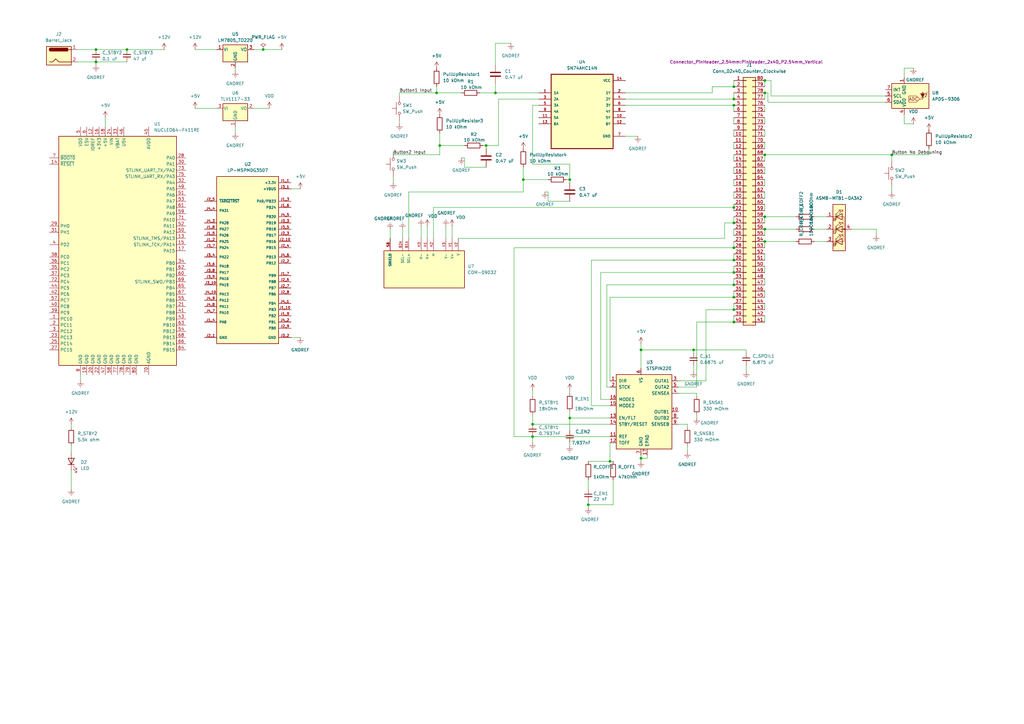
<source format=kicad_sch>
(kicad_sch (version 20250114) (generator "eeschema") (generator_version "9.0")
  (paper "A3")
  (junction (at 300.99 85.09))
  (junction (at 233.68 171.45))
  (junction (at 313.69 88.9))
  (junction (at 107.95 20.32))
  (junction (at 313.69 63.5))
  (junction (at 199.39 59.69))
  (junction (at 313.69 33.02))
  (junction (at 300.99 111.76))
  (junction (at 313.69 93.98))
  (junction (at 284.48 143.51))
  (junction (at 300.99 132.08))
  (junction (at 233.68 73.66))
  (junction (at 300.99 127))
  (junction (at 365.76 63.5))
  (junction (at 300.99 43.18))
  (junction (at 203.2 38.1))
  (junction (at 180.34 59.69))
  (junction (at 300.99 121.92))
  (junction (at 214.63 73.66))
  (junction (at 300.99 106.68))
  (junction (at 218.44 173.99))
  (junction (at 218.44 179.07))
  (junction (at 313.69 38.1))
  (junction (at 262.89 187.96))
  (junction (at 300.99 35.56))
  (junction (at 39.37 25.4))
  (junction (at 300.99 91.44))
  (junction (at 300.99 101.6))
  (junction (at 39.37 20.32))
  (junction (at 179.07 38.1))
  (junction (at 241.3 207.01))
  (junction (at 313.69 99.06))
  (junction (at 52.07 20.32))
  (junction (at 250.19 189.23))
  (junction (at 300.99 40.64))
  (junction (at 262.89 143.51))
  (junction (at 300.99 116.84))
  (wire (pts (xy 285.75 161.29) (xy 278.13 161.29)))
  (wire (pts (xy 313.69 93.98) (xy 313.69 96.52)))
  (wire (pts (xy 300.99 124.46) (xy 300.99 127)))
  (wire (pts (xy 250.19 163.83) (xy 246.38 163.83)))
  (wire (pts (xy 233.68 67.31) (xy 233.68 73.66)))
  (wire (pts (xy 160.02 93.98) (xy 160.02 97.79)))
  (wire (pts (xy 80.01 20.32) (xy 88.9 20.32)))
  (wire (pts (xy 80.01 44.45) (xy 88.9 44.45)))
  (wire (pts (xy 313.69 99.06) (xy 313.69 101.6)))
  (wire (pts (xy 180.34 59.69) (xy 180.34 63.5)))
  (wire (pts (xy 313.69 63.5) (xy 365.76 63.5)))
  (wire (pts (xy 250.19 166.37) (xy 242.57 166.37)))
  (wire (pts (xy 300.99 99.06) (xy 300.99 101.6)))
  (wire (pts (xy 265.43 187.96) (xy 262.89 187.96)))
  (wire (pts (xy 187.96 97.79) (xy 297.18 97.79)))
  (wire (pts (xy 104.14 44.45) (xy 110.49 44.45)))
  (wire (pts (xy 314.96 38.1) (xy 313.69 38.1)))
  (wire (pts (xy 359.41 93.98) (xy 359.41 96.52)))
  (wire (pts (xy 297.18 91.44) (xy 300.99 91.44)))
  (wire (pts (xy 218.44 43.18) (xy 218.44 67.31)))
  (wire (pts (xy 300.99 93.98) (xy 300.99 96.52)))
  (wire (pts (xy 313.69 119.38) (xy 313.69 121.92)))
  (wire (pts (xy 250.19 179.07) (xy 218.44 179.07)))
  (wire (pts (xy 300.99 68.58) (xy 300.99 71.12)))
  (wire (pts (xy 374.65 27.94) (xy 370.84 27.94)))
  (wire (pts (xy 218.44 179.07) (xy 218.44 181.61)))
  (wire (pts (xy 31.75 25.4) (xy 39.37 25.4)))
  (wire (pts (xy 316.23 33.02) (xy 313.69 33.02)))
  (wire (pts (xy 300.99 119.38) (xy 300.99 121.92)))
  (wire (pts (xy 313.69 33.02) (xy 313.69 35.56)))
  (wire (pts (xy 163.83 49.53) (xy 163.83 50.8)))
  (wire (pts (xy 246.38 163.83) (xy 246.38 111.76)))
  (wire (pts (xy 284.48 149.86) (xy 284.48 152.4)))
  (wire (pts (xy 306.07 143.51) (xy 284.48 143.51)))
  (wire (pts (xy 214.63 73.66) (xy 214.63 78.74)))
  (wire (pts (xy 210.82 179.07) (xy 210.82 101.6)))
  (wire (pts (xy 316.23 39.37) (xy 316.23 33.02)))
  (wire (pts (xy 316.23 39.37) (xy 363.22 39.37)))
  (wire (pts (xy 278.13 173.99) (xy 281.94 173.99)))
  (wire (pts (xy 233.68 181.61) (xy 233.68 182.88)))
  (wire (pts (xy 313.69 43.18) (xy 313.69 45.72)))
  (wire (pts (xy 185.42 92.71) (xy 185.42 97.79)))
  (wire (pts (xy 241.3 207.01) (xy 241.3 208.28)))
  (wire (pts (xy 313.69 78.74) (xy 313.69 81.28)))
  (wire (pts (xy 370.84 50.8) (xy 370.84 46.99)))
  (wire (pts (xy 119.38 77.47) (xy 123.19 77.47)))
  (wire (pts (xy 365.76 63.5) (xy 365.76 66.04)))
  (wire (pts (xy 33.02 153.67) (xy 33.02 156.21)))
  (wire (pts (xy 284.48 143.51) (xy 284.48 144.78)))
  (wire (pts (xy 300.99 43.18) (xy 300.99 45.72)))
  (wire (pts (xy 52.07 20.32) (xy 67.31 20.32)))
  (wire (pts (xy 313.69 93.98) (xy 326.39 93.98)))
  (wire (pts (xy 285.75 170.18) (xy 285.75 171.45)))
  (wire (pts (xy 313.69 99.06) (xy 326.39 99.06)))
  (wire (pts (xy 107.95 20.32) (xy 115.57 20.32)))
  (wire (pts (xy 241.3 196.85) (xy 241.3 200.66)))
  (wire (pts (xy 167.64 97.79) (xy 167.64 78.74)))
  (wire (pts (xy 214.63 73.66) (xy 224.79 73.66)))
  (wire (pts (xy 233.68 168.91) (xy 233.68 171.45)))
  (wire (pts (xy 262.89 187.96) (xy 262.89 189.23)))
  (wire (pts (xy 233.68 161.29) (xy 233.68 160.02)))
  (wire (pts (xy 281.94 173.99) (xy 281.94 175.26)))
  (wire (pts (xy 262.89 143.51) (xy 284.48 143.51)))
  (wire (pts (xy 196.85 38.1) (xy 203.2 38.1)))
  (wire (pts (xy 365.76 63.5) (xy 381 63.5)))
  (wire (pts (xy 218.44 173.99) (xy 250.19 173.99)))
  (wire (pts (xy 256.54 38.1) (xy 292.1 38.1)))
  (wire (pts (xy 300.99 104.14) (xy 300.99 106.68)))
  (wire (pts (xy 233.68 171.45) (xy 233.68 176.53)))
  (wire (pts (xy 313.69 124.46) (xy 313.69 127)))
  (wire (pts (xy 313.69 88.9) (xy 313.69 91.44)))
  (wire (pts (xy 250.19 189.23) (xy 251.46 189.23)))
  (wire (pts (xy 281.94 182.88) (xy 281.94 185.42)))
  (wire (pts (xy 334.01 88.9) (xy 339.09 88.9)))
  (wire (pts (xy 248.92 116.84) (xy 300.99 116.84)))
  (wire (pts (xy 199.39 59.69) (xy 199.39 60.96)))
  (wire (pts (xy 381 60.96) (xy 381 63.5)))
  (wire (pts (xy 292.1 35.56) (xy 300.99 35.56)))
  (wire (pts (xy 256.54 43.18) (xy 300.99 43.18)))
  (wire (pts (xy 246.38 111.76) (xy 300.99 111.76)))
  (wire (pts (xy 313.69 109.22) (xy 313.69 111.76)))
  (wire (pts (xy 177.8 85.09) (xy 177.8 97.79)))
  (wire (pts (xy 39.37 25.4) (xy 52.07 25.4)))
  (wire (pts (xy 251.46 196.85) (xy 251.46 207.01)))
  (wire (pts (xy 233.68 171.45) (xy 250.19 171.45)))
  (wire (pts (xy 297.18 97.79) (xy 297.18 91.44)))
  (wire (pts (xy 289.56 156.21) (xy 289.56 127)))
  (wire (pts (xy 262.89 186.69) (xy 262.89 187.96)))
  (wire (pts (xy 300.99 63.5) (xy 300.99 66.04)))
  (wire (pts (xy 203.2 17.78) (xy 209.55 17.78)))
  (wire (pts (xy 306.07 143.51) (xy 306.07 144.78)))
  (wire (pts (xy 172.72 92.71) (xy 172.72 97.79)))
  (wire (pts (xy 104.14 20.32) (xy 107.95 20.32)))
  (wire (pts (xy 218.44 160.02) (xy 218.44 162.56)))
  (wire (pts (xy 313.69 83.82) (xy 313.69 86.36)))
  (wire (pts (xy 300.99 38.1) (xy 300.99 40.64)))
  (wire (pts (xy 300.99 114.3) (xy 300.99 116.84)))
  (wire (pts (xy 374.65 50.8) (xy 370.84 50.8)))
  (wire (pts (xy 334.01 99.06) (xy 339.09 99.06)))
  (wire (pts (xy 300.99 129.54) (xy 300.99 132.08)))
  (wire (pts (xy 314.96 41.91) (xy 363.22 41.91)))
  (wire (pts (xy 161.29 72.39) (xy 161.29 74.93)))
  (wire (pts (xy 256.54 40.64) (xy 300.99 40.64)))
  (wire (pts (xy 29.21 182.88) (xy 29.21 185.42)))
  (wire (pts (xy 285.75 162.56) (xy 285.75 161.29)))
  (wire (pts (xy 224.79 78.74) (xy 224.79 82.55)))
  (wire (pts (xy 29.21 193.04) (xy 29.21 200.66)))
  (wire (pts (xy 313.69 53.34) (xy 313.69 55.88)))
  (wire (pts (xy 313.69 88.9) (xy 326.39 88.9)))
  (wire (pts (xy 165.1 93.98) (xy 165.1 97.79)))
  (wire (pts (xy 31.75 20.32) (xy 39.37 20.32)))
  (wire (pts (xy 233.68 73.66) (xy 233.68 74.93)))
  (wire (pts (xy 232.41 73.66) (xy 233.68 73.66)))
  (wire (pts (xy 300.99 83.82) (xy 300.99 85.09)))
  (wire (pts (xy 289.56 127) (xy 300.99 127)))
  (wire (pts (xy 250.19 156.21) (xy 250.19 121.92)))
  (wire (pts (xy 167.64 78.74) (xy 214.63 78.74)))
  (wire (pts (xy 300.99 78.74) (xy 300.99 81.28)))
  (wire (pts (xy 300.99 53.34) (xy 300.99 55.88)))
  (wire (pts (xy 265.43 186.69) (xy 265.43 187.96)))
  (wire (pts (xy 119.38 138.43) (xy 123.19 138.43)))
  (wire (pts (xy 218.44 179.07) (xy 210.82 179.07)))
  (wire (pts (xy 182.88 92.71) (xy 182.88 97.79)))
  (wire (pts (xy 313.69 129.54) (xy 313.69 132.08)))
  (wire (pts (xy 285.75 158.75) (xy 285.75 132.08)))
  (wire (pts (xy 218.44 170.18) (xy 218.44 173.99)))
  (wire (pts (xy 349.25 93.98) (xy 359.41 93.98)))
  (wire (pts (xy 262.89 140.97) (xy 262.89 143.51)))
  (wire (pts (xy 242.57 166.37) (xy 242.57 106.68)))
  (wire (pts (xy 179.07 35.56) (xy 179.07 38.1)))
  (wire (pts (xy 313.69 104.14) (xy 313.69 106.68)))
  (wire (pts (xy 313.69 114.3) (xy 313.69 116.84)))
  (wire (pts (xy 251.46 207.01) (xy 241.3 207.01)))
  (wire (pts (xy 241.3 205.74) (xy 241.3 207.01)))
  (wire (pts (xy 250.19 121.92) (xy 300.99 121.92)))
  (wire (pts (xy 204.47 40.64) (xy 204.47 59.69)))
  (wire (pts (xy 292.1 38.1) (xy 292.1 35.56)))
  (wire (pts (xy 190.5 64.77) (xy 189.23 64.77)))
  (wire (pts (xy 29.21 173.99) (xy 29.21 175.26)))
  (wire (pts (xy 180.34 59.69) (xy 190.5 59.69)))
  (wire (pts (xy 313.69 68.58) (xy 313.69 71.12)))
  (wire (pts (xy 96.52 27.94) (xy 96.52 29.21)))
  (wire (pts (xy 306.07 149.86) (xy 306.07 152.4)))
  (wire (pts (xy 163.83 38.1) (xy 179.07 38.1)))
  (wire (pts (xy 300.99 85.09) (xy 300.99 86.36)))
  (wire (pts (xy 203.2 34.29) (xy 203.2 38.1)))
  (wire (pts (xy 163.83 38.1) (xy 163.83 39.37)))
  (wire (pts (xy 313.69 73.66) (xy 313.69 76.2)))
  (wire (pts (xy 314.96 41.91) (xy 314.96 38.1)))
  (wire (pts (xy 300.99 33.02) (xy 300.99 35.56)))
  (wire (pts (xy 300.99 48.26) (xy 300.99 50.8)))
  (wire (pts (xy 190.5 68.58) (xy 199.39 68.58)))
  (wire (pts (xy 203.2 38.1) (xy 220.98 38.1)))
  (wire (pts (xy 278.13 156.21) (xy 289.56 156.21)))
  (wire (pts (xy 220.98 43.18) (xy 218.44 43.18)))
  (wire (pts (xy 300.99 58.42) (xy 300.99 60.96)))
  (wire (pts (xy 39.37 26.67) (xy 39.37 25.4)))
  (wire (pts (xy 203.2 26.67) (xy 203.2 17.78)))
  (wire (pts (xy 242.57 106.68) (xy 300.99 106.68)))
  (wire (pts (xy 214.63 68.58) (xy 214.63 73.66)))
  (wire (pts (xy 250.19 158.75) (xy 248.92 158.75)))
  (wire (pts (xy 96.52 52.07) (xy 96.52 54.61)))
  (wire (pts (xy 248.92 158.75) (xy 248.92 116.84)))
  (wire (pts (xy 180.34 54.61) (xy 180.34 59.69)))
  (wire (pts (xy 179.07 38.1) (xy 189.23 38.1)))
  (wire (pts (xy 198.12 59.69) (xy 199.39 59.69)))
  (wire (pts (xy 199.39 59.69) (xy 204.47 59.69)))
  (wire (pts (xy 175.26 92.71) (xy 175.26 97.79)))
  (wire (pts (xy 334.01 93.98) (xy 339.09 93.98)))
  (wire (pts (xy 313.69 48.26) (xy 313.69 50.8)))
  (wire (pts (xy 262.89 143.51) (xy 262.89 151.13)))
  (wire (pts (xy 285.75 132.08) (xy 300.99 132.08)))
  (wire (pts (xy 300.99 88.9) (xy 300.99 91.44)))
  (wire (pts (xy 210.82 101.6) (xy 300.99 101.6)))
  (wire (pts (xy 313.69 63.5) (xy 313.69 66.04)))
  (wire (pts (xy 313.69 58.42) (xy 313.69 60.96)))
  (wire (pts (xy 161.29 63.5) (xy 180.34 63.5)))
  (wire (pts (xy 43.18 48.26) (xy 43.18 52.07)))
  (wire (pts (xy 224.79 82.55) (xy 233.68 82.55)))
  (wire (pts (xy 218.44 67.31) (xy 233.68 67.31)))
  (wire (pts (xy 250.19 189.23) (xy 241.3 189.23)))
  (wire (pts (xy 177.8 85.09) (xy 300.99 85.09)))
  (wire (pts (xy 370.84 27.94) (xy 370.84 31.75)))
  (wire (pts (xy 224.79 78.74) (xy 223.52 78.74)))
  (wire (pts (xy 365.76 76.2) (xy 365.76 78.74)))
  (wire (pts (xy 300.99 109.22) (xy 300.99 111.76)))
  (wire (pts (xy 161.29 63.5) (xy 161.29 62.23)))
  (wire (pts (xy 250.19 181.61) (xy 250.19 189.23)))
  (wire (pts (xy 256.54 55.88) (xy 261.62 55.88)))
  (wire (pts (xy 278.13 158.75) (xy 285.75 158.75)))
  (wire (pts (xy 190.5 64.77) (xy 190.5 68.58)))
  (wire (pts (xy 300.99 73.66) (xy 300.99 76.2)))
  (wire (pts (xy 39.37 20.32) (xy 52.07 20.32)))
  (wire (pts (xy 220.98 40.64) (xy 204.47 40.64)))
  (wire (pts (xy 313.69 38.1) (xy 313.69 40.64)))
  (label "Button2 Input" (at 161.29 63.5 0))
  (label "Button No Debouning" (at 365.76 63.5 0))
  (label "Button1 Input" (at 163.83 38.1 0))
  (symbol (lib_id "power:GNDREF") (at 281.94 185.42 0) (unit 1)
    (property "Reference" "#PWR06" (effects (hide yes)))
    (property "Value" "GNDREF" (at 281.94 190.5 0))
  )
  (symbol (lib_id "Sensor_Optical:APDS-9306") (at 373.38 39.37 180) (unit 1)
    (property "Reference" "U8" (at 382.27 38.0999 0) (effects (justify right)))
    (property "Value" "APDS-9306" (at 382.27 40.6399 0) (effects (justify right)))
    (property "Footprint" "OptoDevice:Broadcom_LGA-8_2x2mm_P0.53mm" (effects (hide yes)))
    (property "Datasheet" "https://docs.broadcom.com/docs/AV02-4755EN" (effects (hide yes)))
    (property "Description" "Ambient Light Sensor, I2C interface, 1.7-3.6V, LGA-8" (effects (hide yes)))
  )
  (symbol (lib_id "power:VDD") (at 374.65 50.8 0) (unit 1)
    (property "Reference" "#PWR027" (effects (hide yes)))
    (property "Value" "VDD" (at 374.65 45.72 0))
    (property "Description" "Power symbol creates a global label with name \"VDD\"" (effects (hide yes)))
  )
  (symbol (lib_id "power:+5V") (at 180.34 46.99 0) (unit 1)
    (property "Reference" "#PWR034" (effects (hide yes)))
    (property "Value" "+5V" (at 180.34 41.91 0))
    (property "Description" "Power symbol creates a global label with name \"+5V\"" (effects (hide yes)))
  )
  (symbol (lib_id "Switch:SW_Push") (at 365.76 71.12 90) (unit 1)
    (property "Reference" "SW2" (at 367.03 69.8499 90) (effects (justify right)))
    (property "Value" "SW_Push" (at 367.03 72.3899 90) (effects (justify right)))
    (property "Footprint" "Button_Switch_THT:SW_PUSH_6mm_H7.3mm" (effects (hide yes)))
    (property "Description" "Push button switch, generic, two pins" (effects (hide yes)))
  )
  (symbol (lib_id "power:GNDREF") (at 241.3 208.28 0) (unit 1)
    (property "Reference" "#PWR013" (effects (hide yes)))
    (property "Value" "GNDREF" (at 242.062 213.106 0))
  )
  (symbol (lib_id "power:VDD") (at 233.68 160.02 0) (unit 1)
    (property "Reference" "#PWR011" (effects (hide yes)))
    (property "Value" "VDD" (at 233.68 154.94 0))
    (property "Description" "Power symbol creates a global label with name \"VDD\"" (effects (hide yes)))
  )
  (symbol (lib_id "power:GNDREF") (at 163.83 50.8 0) (unit 1)
    (property "Reference" "#PWR030" (effects (hide yes)))
    (property "Value" "GNDREF" (at 163.83 55.88 0))
  )
  (symbol (lib_id "Device:R") (at 194.31 59.69 270) (unit 1)
    (property "Reference" "R2" (at 194.31 55.118 90))
    (property "Value" "10 kOhm" (at 194.564 57.404 90))
    (property "Footprint" "Resistor_SMD:R_0201_0603Metric" (effects (hide yes)))
    (property "Description" "Resistor" (effects (hide yes)))
  )
  (symbol (lib_id "Device:C_Small") (at 306.07 147.32 0) (unit 1)
    (property "Reference" "C_SPOIL1" (at 308.61 146.0562 0) (effects (justify left)))
    (property "Value" "6.875 uF" (at 308.61 148.5962 0) (effects (justify left)))
    (property "Footprint" "Capacitor_SMD:C_0201_0603Metric" (effects (hide yes)))
    (property "Description" "Unpolarized capacitor, small symbol" (effects (hide yes)))
  )
  (symbol (lib_id "power:GNDREF") (at 365.76 78.74 0) (unit 1)
    (property "Reference" "#PWR031" (effects (hide yes)))
    (property "Value" "GNDREF" (at 365.76 83.82 0))
  )
  (symbol (lib_id "power:VDD") (at 185.42 92.71 0) (unit 1)
    (property "Reference" "#PWR039" (effects (hide yes)))
    (property "Value" "VDD" (at 188.976 89.154 0))
    (property "Description" "Power symbol creates a global label with name \"VDD\"" (effects (hide yes)))
  )
  (symbol (lib_id "power:GNDREF") (at 374.65 27.94 0) (unit 1)
    (property "Reference" "#PWR024" (effects (hide yes)))
    (property "Value" "GNDREF" (at 375.412 32.766 0))
  )
  (symbol (lib_id "Driver_Motor:STSPIN220") (at 262.89 168.91 0) (unit 1)
    (property "Reference" "U3" (at 265.0333 148.59 0) (effects (justify left)))
    (property "Value" "STSPIN220" (at 265.0333 151.13 0) (effects (justify left)))
    (property "Footprint" "Package_DFN_QFN:VQFN-16-1EP_3x3mm_P0.5mm_EP1.8x1.8mm" (effects (hide yes)))
    (property "Datasheet" "www.st.com/resource/en/datasheet/stspin220.pdf" (effects (hide yes)))
    (property "Description" "Low voltage stepper motor driver, 1.8V to 10V input, 1.3Arms output, 0.4Ω Rdson per phase (typical), QFN-16 package" (effects (hide yes)))
  )
  (symbol (lib_id "power:GNDREF") (at 33.02 156.21 0) (unit 1)
    (property "Reference" "#PWR02" (effects (hide yes)))
    (property "Value" "GNDREF" (at 33.02 161.29 0))
  )
  (symbol (lib_id "Device:R") (at 330.2 93.98 90) (unit 1)
    (property "Reference" "R_COFF3" (at 328.676 91.948 0) (effects (justify left)))
    (property "Value" "100Ohm" (at 332.74 91.948 0) (effects (justify left)))
    (property "Footprint" "Resistor_SMD:R_0201_0603Metric" (effects (hide yes)))
    (property "Description" "Resistor" (effects (hide yes)))
  )
  (symbol (lib_id "Device:R") (at 233.68 165.1 0) (unit 1)
    (property "Reference" "R_EN1" (at 235.712 163.576 0) (effects (justify left)))
    (property "Value" "18kOhm" (at 235.712 167.64 0) (effects (justify left)))
    (property "Footprint" "Resistor_SMD:R_0201_0603Metric" (effects (hide yes)))
    (property "Description" "Resistor" (effects (hide yes)))
  )
  (symbol (lib_id "Device:C_Small") (at 241.3 203.2 0) (unit 1)
    (property "Reference" "C_EN1" (at 243.332 202.438 0) (effects (justify left)))
    (property "Value" "22 nF" (at 243.332 204.724 0) (effects (justify left)))
    (property "Footprint" "Capacitor_SMD:C_0201_0603Metric" (effects (hide yes)))
    (property "Description" "Unpolarized capacitor, small symbol" (effects (hide yes)))
  )
  (symbol (lib_id "power:GNDREF") (at 262.89 189.23 0) (unit 1)
    (property "Reference" "#PWR08" (effects (hide yes)))
    (property "Value" "GNDREF" (at 262.89 194.31 0))
  )
  (symbol (lib_id "Device:R") (at 330.2 88.9 90) (unit 1)
    (property "Reference" "R_COFF2" (at 328.676 86.868 0) (effects (justify left)))
    (property "Value" "100Ohm" (at 332.74 86.868 0) (effects (justify left)))
    (property "Footprint" "Resistor_SMD:R_0201_0603Metric" (effects (hide yes)))
    (property "Description" "Resistor" (effects (hide yes)))
  )
  (symbol (lib_id "power:+5V") (at 123.19 77.47 0) (unit 1)
    (property "Reference" "#PWR029" (effects (hide yes)))
    (property "Value" "+5V" (at 123.19 72.39 0))
    (property "Description" "Power symbol creates a global label with name \"+5V\"" (effects (hide yes)))
  )
  (symbol (lib_id "Device:C_Small") (at 233.68 179.07 0) (unit 1)
    (property "Reference" "C_EN2" (at 235.966 177.038 0) (effects (justify left)))
    (property "Value" "7.937nF" (at 234.442 181.61 0) (effects (justify left)))
    (property "Footprint" "Capacitor_SMD:C_0201_0603Metric" (effects (hide yes)))
    (property "Description" "Unpolarized capacitor, small symbol" (effects (hide yes)))
  )
  (symbol (lib_id "COM-09032:COM-09032") (at 175.26 110.49 270) (unit 1)
    (property "Reference" "U7" (at 191.77 109.2199 90) (effects (justify left)))
    (property "Value" "COM-09032" (at 191.77 111.7599 90) (effects (justify left)))
    (property "Footprint" "Joystick:XDCR_COM-09032" (effects (hide yes)))
    (property "MF" "SparkFun Electronics" (effects (hide yes)))
    (property "MAXIMUM_PACKAGE_HEIGHT" "30.1mm" (effects (hide yes)))
    (property "Package" "Package" (effects (hide yes)))
    (property "Price" "None" (effects (hide yes)))
    (property "Check_prices" "https://www.snapeda.com/parts/COM-09032/SparkFun/view-part/?ref=eda" (effects (hide yes)))
    (property "STANDARD" "Manufacturer Recommendations" (effects (hide yes)))
    (property "PARTREV" "N/A" (effects (hide yes)))
    (property "SnapEDA_Link" "https://www.snapeda.com/parts/COM-09032/SparkFun/view-part/?ref=snap" (effects (hide yes)))
    (property "MP" "COM-09032" (effects (hide yes)))
    (property "Description_1" "Joystick, 2 - Axis Analog (Resistive) Output" (effects (hide yes)))
    (property "Availability" "In Stock" (effects (hide yes)))
    (property "MANUFACTURER" "SparkFun Electronics" (effects (hide yes)))
  )
  (symbol (lib_id "power:VDD") (at 218.44 160.02 0) (unit 1)
    (property "Reference" "#PWR010" (effects (hide yes)))
    (property "Value" "VDD" (at 218.44 154.94 0))
    (property "Description" "Power symbol creates a global label with name \"VDD\"" (effects (hide yes)))
  )
  (symbol (lib_id "power:GNDREF") (at 284.48 152.4 0) (unit 1)
    (property "Reference" "#PWR05" (effects (hide yes)))
    (property "Value" "GNDREF" (at 284.48 157.48 0))
  )
  (symbol (lib_id "Device:R") (at 381 57.15 180) (unit 1)
    (property "Reference" "PullUpResistor2" (at 383.54 55.8799 0) (effects (justify right)))
    (property "Value" "10 kOhm" (at 383.54 58.4199 0) (effects (justify right)))
    (property "Footprint" "Resistor_SMD:R_0201_0603Metric" (effects (hide yes)))
    (property "Description" "Resistor" (effects (hide yes)))
  )
  (symbol (lib_id "power:GNDREF") (at 189.23 64.77 0) (unit 1)
    (property "Reference" "#PWR035" (effects (hide yes)))
    (property "Value" "GNDREF" (at 189.23 69.85 0))
  )
  (symbol (lib_id "power:GNDREF") (at 359.41 96.52 0) (unit 1)
    (property "Reference" "#PWR023" (effects (hide yes)))
    (property "Value" "GNDREF" (at 359.41 101.6 0))
  )
  (symbol (lib_id "power:+12V") (at 80.01 20.32 0) (unit 1)
    (property "Reference" "#PWR017" (effects (hide yes)))
    (property "Value" "+12V" (at 80.01 15.24 0))
    (property "Description" "Power symbol creates a global label with name \"+12V\"" (effects (hide yes)))
  )
  (symbol (lib_id "power:+12V") (at 29.21 173.99 0) (unit 1)
    (property "Reference" "#PWR036" (effects (hide yes)))
    (property "Value" "+12V" (at 29.21 168.91 0))
    (property "Description" "Power symbol creates a global label with name \"+12V\"" (effects (hide yes)))
  )
  (symbol (lib_id "Device:R") (at 251.46 193.04 0) (unit 1)
    (property "Reference" "R_OFF1" (at 253.492 191.516 0) (effects (justify left)))
    (property "Value" "47kOhm" (at 253.492 195.58 0) (effects (justify left)))
    (property "Footprint" "Resistor_SMD:R_0201_0603Metric" (effects (hide yes)))
    (property "Description" "Resistor" (effects (hide yes)))
  )
  (symbol (lib_id "power:GNDREF") (at 39.37 26.67 0) (unit 1)
    (property "Reference" "#PWR01" (effects (hide yes)))
    (property "Value" "GNDREF" (at 39.37 31.75 0))
  )
  (symbol (lib_id "Device:LED") (at 29.21 189.23 90) (unit 1)
    (property "Reference" "D2" (at 33.02 189.5474 90) (effects (justify right)))
    (property "Value" "LED" (at 33.02 192.0874 90) (effects (justify right)))
    (property "Footprint" "LED_THT:LED_D3.0mm_FlatTop" (effects (hide yes)))
    (property "Description" "Light emitting diode" (effects (hide yes)))
    (property "Sim.Pins" "1=K 2=A" (effects (hide yes)))
  )
  (symbol (lib_id "power:+5V") (at 262.89 140.97 0) (unit 1)
    (property "Reference" "#PWR04" (effects (hide yes)))
    (property "Value" "+5V" (at 262.89 135.89 0))
    (property "Description" "Power symbol creates a global label with name \"+5V\"" (effects (hide yes)))
  )
  (symbol (lib_id "Device:R") (at 179.07 31.75 180) (unit 1)
    (property "Reference" "PullUpResistor1" (at 181.61 30.4799 0) (effects (justify right)))
    (property "Value" "10 kOhm" (at 181.61 33.0199 0) (effects (justify right)))
    (property "Footprint" "Resistor_SMD:R_0201_0603Metric" (effects (hide yes)))
    (property "Description" "Resistor" (effects (hide yes)))
  )
  (symbol (lib_id "SN74AHC14N:SN74AHC14N") (at 238.76 45.72 0) (unit 1)
    (property "Reference" "U4" (at 238.76 25.4 0))
    (property "Value" "SN74AHC14N" (at 238.76 27.94 0))
    (property "Footprint" "Schmitt:DIP794W45P254L1969H508Q14" (effects (hide yes)))
    (property "MF" "Texas Instruments" (effects (hide yes)))
    (property "Description_1" "6-ch, 2-V to 5.5-V inverters with Schmitt-Trigger inputs" (effects (hide yes)))
    (property "Package" "PDIP-14 Texas Instruments" (effects (hide yes)))
    (property "Price" "None" (effects (hide yes)))
    (property "SnapEDA_Link" "https://www.snapeda.com/parts/SN74AHC14N/Texas+Instruments/view-part/?ref=snap" (effects (hide yes)))
    (property "MP" "SN74AHC14N" (effects (hide yes)))
    (property "Availability" "In Stock" (effects (hide yes)))
    (property "Check_prices" "https://www.snapeda.com/parts/SN74AHC14N/Texas+Instruments/view-part/?ref=eda" (effects (hide yes)))
  )
  (symbol (lib_id "Device:R") (at 29.21 179.07 0) (unit 1)
    (property "Reference" "R_STBY2" (at 31.75 177.7999 0) (effects (justify left)))
    (property "Value" "5.5k ohm" (at 31.75 180.3399 0) (effects (justify left)))
    (property "Footprint" "Resistor_SMD:R_0201_0603Metric" (effects (hide yes)))
    (property "Description" "Resistor" (effects (hide yes)))
  )
  (symbol (lib_id "Device:C") (at 199.39 64.77 0) (unit 1)
    (property "Reference" "C2" (at 203.2 63.4999 0) (effects (justify left)))
    (property "Value" "0.47 uF" (at 203.2 66.0399 0) (effects (justify left)))
    (property "Footprint" "Capacitor_SMD:C_0201_0603Metric" (effects (hide yes)))
    (property "Description" "Unpolarized capacitor" (effects (hide yes)))
  )
  (symbol (lib_id "power:+5V") (at 43.18 48.26 0) (unit 1)
    (property "Reference" "#PWR025" (effects (hide yes)))
    (property "Value" "+5V" (at 43.18 43.18 0))
    (property "Description" "Power symbol creates a global label with name \"+5V\"" (effects (hide yes)))
  )
  (symbol (lib_id "power:+5V") (at 80.01 44.45 0) (unit 1)
    (property "Reference" "#PWR020" (effects (hide yes)))
    (property "Value" "+5V" (at 80.01 39.37 0))
    (property "Description" "Power symbol creates a global label with name \"+5V\"" (effects (hide yes)))
  )
  (symbol (lib_id "Device:R") (at 281.94 179.07 0) (unit 1)
    (property "Reference" "R_SNSB1" (at 284.48 177.7999 0) (effects (justify left)))
    (property "Value" "330 mOhm" (at 284.48 180.3399 0) (effects (justify left)))
    (property "Footprint" "Resistor_SMD:R_0201_0603Metric" (effects (hide yes)))
    (property "Description" "Resistor" (effects (hide yes)))
  )
  (symbol (lib_id "power:GNDREF") (at 165.1 93.98 180) (unit 1)
    (property "Reference" "#PWR045" (effects (hide yes)))
    (property "Value" "GNDREF" (at 162.306 89.662 0))
  )
  (symbol (lib_id "power:+5V") (at 214.63 60.96 0) (unit 1)
    (property "Reference" "#PWR043" (effects (hide yes)))
    (property "Value" "+5V" (at 214.63 55.88 0))
    (property "Description" "Power symbol creates a global label with name \"+5V\"" (effects (hide yes)))
  )
  (symbol (lib_id "Regulator_Linear:LM7805_TO220") (at 96.52 20.32 0) (unit 1)
    (property "Reference" "U5" (at 96.52 13.97 0))
    (property "Value" "LM7805_TO220" (at 96.52 16.51 0))
    (property "Footprint" "Package_TO_SOT_THT:TO-220-3_Vertical" (effects (hide yes)))
    (property "Datasheet" "https://www.onsemi.cn/PowerSolutions/document/MC7800-D.PDF" (effects (hide yes)))
    (property "Description" "Positive 1A 35V Linear Regulator, Fixed Output 5V, TO-220" (effects (hide yes)))
  )
  (symbol (lib_id "Device:R") (at 218.44 166.37 0) (unit 1)
    (property "Reference" "R_STBY1" (at 220.98 165.0999 0) (effects (justify left)))
    (property "Value" "18kOhm" (at 220.98 167.6399 0) (effects (justify left)))
    (property "Footprint" "Resistor_SMD:R_0201_0603Metric" (effects (hide yes)))
    (property "Description" "Resistor" (effects (hide yes)))
  )
  (symbol (lib_id "Switch:SW_Push") (at 161.29 67.31 90) (unit 1)
    (property "Reference" "SW3" (at 162.56 66.0399 90) (effects (justify right)))
    (property "Value" "SW_Push" (at 162.56 68.5799 90) (effects (justify right)))
    (property "Footprint" "Button_Switch_THT:SW_PUSH_6mm_H7.3mm" (effects (hide yes)))
    (property "Description" "Push button switch, generic, two pins" (effects (hide yes)))
  )
  (symbol (lib_id "power:+5V") (at 381 53.34 0) (unit 1)
    (property "Reference" "#PWR032" (effects (hide yes)))
    (property "Value" "+5V" (at 381 48.26 0))
    (property "Description" "Power symbol creates a global label with name \"+5V\"" (effects (hide yes)))
  )
  (symbol (lib_id "Device:C") (at 203.2 30.48 0) (unit 1)
    (property "Reference" "C1" (at 207.01 29.2099 0) (effects (justify left)))
    (property "Value" "0.47 uF" (at 207.01 31.7499 0) (effects (justify left)))
    (property "Footprint" "Capacitor_SMD:C_0201_0603Metric" (effects (hide yes)))
    (property "Description" "Unpolarized capacitor" (effects (hide yes)))
  )
  (symbol (lib_id "Device:R") (at 241.3 193.04 0) (unit 1)
    (property "Reference" "R_COFF1" (at 243.332 191.516 0) (effects (justify left)))
    (property "Value" "1kOhm" (at 243.332 195.58 0) (effects (justify left)))
    (property "Footprint" "Resistor_SMD:R_0201_0603Metric" (effects (hide yes)))
    (property "Description" "Resistor" (effects (hide yes)))
  )
  (symbol (lib_id "power:GNDREF") (at 96.52 54.61 0) (unit 1)
    (property "Reference" "#PWR022" (effects (hide yes)))
    (property "Value" "GNDREF" (at 96.52 59.69 0))
  )
  (symbol (lib_id "MCU_Module:NUCLEO64-F411RE") (at 48.26 102.87 0) (unit 1)
    (property "Reference" "U1" (at 63.1541 50.8 0) (effects (justify left)))
    (property "Value" "NUCLEO64-F411RE" (at 63.1541 53.34 0) (effects (justify left)))
    (property "Footprint" "Module:ST_Morpho_Connector_144_STLink" (effects (hide yes)))
    (property "Datasheet" "http://www.st.com/st-web-ui/static/active/en/resource/technical/document/data_brief/DM00105918.pdf" (effects (hide yes)))
  )
  (symbol (lib_id "power:GNDREF") (at 182.88 92.71 180) (unit 1)
    (property "Reference" "#PWR041" (effects (hide yes)))
    (property "Value" "GNDREF" (at 183.134 87.376 0))
  )
  (symbol (lib_id "Device:C_Small") (at 284.48 147.32 0) (unit 1)
    (property "Reference" "C_s1" (at 287.02 146.0562 0) (effects (justify left)))
    (property "Value" "0.6875 uF" (at 287.02 148.5962 0) (effects (justify left)))
    (property "Footprint" "Capacitor_SMD:C_0201_0603Metric" (effects (hide yes)))
    (property "Description" "Unpolarized capacitor, small symbol" (effects (hide yes)))
  )
  (symbol (lib_id "power:GNDREF") (at 218.44 181.61 0) (unit 1)
    (property "Reference" "#PWR09" (effects (hide yes)))
    (property "Value" "GNDREF" (at 218.44 186.69 0))
  )
  (symbol (lib_id "power:GNDREF") (at 306.07 152.4 0) (unit 1)
    (property "Reference" "#PWR03" (effects (hide yes)))
    (property "Value" "GNDREF" (at 306.07 157.48 0))
  )
  (symbol (lib_id "power:GNDREF") (at 223.52 78.74 0) (unit 1)
    (property "Reference" "#PWR044" (effects (hide yes)))
    (property "Value" "GNDREF" (at 223.52 83.82 0))
  )
  (symbol (lib_id "Device:C_Small") (at 218.44 176.53 0) (unit 1)
    (property "Reference" "C_STBY1" (at 220.98 175.2662 0) (effects (justify left)))
    (property "Value" "0.7937nF" (at 220.98 177.8062 0) (effects (justify left)))
    (property "Footprint" "Capacitor_SMD:C_0201_0603Metric" (effects (hide yes)))
    (property "Description" "Unpolarized capacitor, small symbol" (effects (hide yes)))
  )
  (symbol (lib_id "Regulator_Linear:TLV1117-33") (at 96.52 44.45 0) (unit 1)
    (property "Reference" "U6" (at 96.52 38.1 0))
    (property "Value" "TLV1117-33" (at 96.52 40.64 0))
    (property "Footprint" "Package_TO_SOT_SMD:SOT-223-3_TabPin2" (effects (hide yes)))
    (property "Datasheet" "http://www.ti.com/lit/ds/symlink/tlv1117.pdf" (effects (hide yes)))
    (property "Description" "800mA Low-Dropout Linear Regulator, 3.3V fixed output, TO-220/TO-252/TO-263/SOT-223" (effects (hide yes)))
  )
  (symbol (lib_id "power:GNDREF") (at 160.02 93.98 180) (unit 1)
    (property "Reference" "#PWR042" (effects (hide yes)))
    (property "Value" "GNDREF" (at 157.226 89.662 0))
  )
  (symbol (lib_id "power:GNDREF") (at 172.72 92.71 180) (unit 1)
    (property "Reference" "#PWR040" (effects (hide yes)))
    (property "Value" "GNDREF" (at 169.926 88.392 0))
  )
  (symbol (lib_id "Device:R") (at 214.63 64.77 180) (unit 1)
    (property "Reference" "PullUpResistor4" (at 217.17 63.4999 0) (effects (justify right)))
    (property "Value" "10 kOhm" (at 217.17 66.0399 0) (effects (justify right)))
    (property "Footprint" "Resistor_SMD:R_0201_0603Metric" (effects (hide yes)))
    (property "Description" "Resistor" (effects (hide yes)))
  )
  (symbol (lib_id "Device:R") (at 228.6 73.66 270) (unit 1)
    (property "Reference" "R3" (at 228.6 69.088 90))
    (property "Value" "10 kOhm" (at 228.854 71.374 90))
    (property "Footprint" "Resistor_SMD:R_0201_0603Metric" (effects (hide yes)))
    (property "Description" "Resistor" (effects (hide yes)))
  )
  (symbol (lib_id "power:VDD") (at 175.26 92.71 0) (unit 1)
    (property "Reference" "#PWR038" (effects (hide yes)))
    (property "Value" "VDD" (at 177.546 88.646 0))
    (property "Description" "Power symbol creates a global label with name \"VDD\"" (effects (hide yes)))
  )
  (symbol (lib_id "power:VDD") (at 110.49 44.45 0) (unit 1)
    (property "Reference" "#PWR021" (effects (hide yes)))
    (property "Value" "VDD" (at 110.49 39.37 0))
    (property "Description" "Power symbol creates a global label with name \"VDD\"" (effects (hide yes)))
  )
  (symbol (lib_id "power:+5V") (at 179.07 27.94 0) (unit 1)
    (property "Reference" "#PWR016" (effects (hide yes)))
    (property "Value" "+5V" (at 179.07 22.86 0))
    (property "Description" "Power symbol creates a global label with name \"+5V\"" (effects (hide yes)))
  )
  (symbol (lib_id "power:+5V") (at 115.57 20.32 0) (unit 1)
    (property "Reference" "#PWR019" (effects (hide yes)))
    (property "Value" "+5V" (at 115.57 15.24 0))
    (property "Description" "Power symbol creates a global label with name \"+5V\"" (effects (hide yes)))
  )
  (symbol (lib_id "power:+12V") (at 67.31 20.32 0) (unit 1)
    (property "Reference" "#PWR014" (effects (hide yes)))
    (property "Value" "+12V" (at 67.31 15.24 0))
    (property "Description" "Power symbol creates a global label with name \"+12V\"" (effects (hide yes)))
  )
  (symbol (lib_id "power:GNDREF") (at 261.62 55.88 0) (unit 1)
    (property "Reference" "#PWR028" (effects (hide yes)))
    (property "Value" "GNDREF" (at 261.62 60.96 0))
  )
  (symbol (lib_id "Connector_Generic:Conn_02x40_Counter_Clockwise") (at 306.07 81.28 0) (unit 1)
    (property "Reference" "J1" (at 307.34 26.67 0))
    (property "Value" "Conn_02x40_Counter_Clockwise" (at 307.34 29.21 0))
    (property "Footprint" "Connector_PinHeader_2.54mm:PinHeader_2x40_P2.54mm_Vertical" (at 306.07 25.4 0))
  )
  (symbol (lib_id "Device:R") (at 285.75 166.37 0) (unit 1)
    (property "Reference" "R_SNSA1" (at 288.29 165.0999 0) (effects (justify left)))
    (property "Value" "330 mOhm" (at 288.29 167.6399 0) (effects (justify left)))
    (property "Footprint" "Resistor_SMD:R_0201_0603Metric" (effects (hide yes)))
    (property "Description" "Resistor" (effects (hide yes)))
  )
  (symbol (lib_id "TI_MSPM0:LP-MSPM0G3507") (at 101.6 105.41 0) (unit 1)
    (property "Reference" "U2" (at 101.6 67.31 0))
    (property "Value" "LP-MSPM0G3507" (at 101.6 69.85 0))
    (property "Footprint" "ECE319K:ti_LP_MSPM0G3507" (effects (hide yes)))
    (property "Datasheet" "https://www.ti.com/tool/LP-MSPM0G3507" (effects (hide yes)))
    (property "Distributor" "Mouser" (effects (hide yes)))
    (property "Manufacturer" "Texas Instruments" (effects (hide yes)))
    (property "P/N" "LP-MSPM0G3507" (effects (hide yes)))
    (property "Cost" "22.60" (effects (hide yes)))
  )
  (symbol (lib_id "power:GNDREF") (at 161.29 74.93 0) (unit 1)
    (property "Reference" "#PWR033" (effects (hide yes)))
    (property "Value" "GNDREF" (at 161.29 80.01 0))
  )
  (symbol (lib_id "power:GNDREF") (at 96.52 29.21 0) (unit 1)
    (property "Reference" "#PWR018" (effects (hide yes)))
    (property "Value" "GNDREF" (at 96.52 34.29 0))
  )
  (symbol (lib_id "Device:C_Small") (at 52.07 22.86 0) (unit 1)
    (property "Reference" "C_STBY3" (at 54.61 21.5962 0) (effects (justify left)))
    (property "Value" "47 uf" (at 54.61 24.1362 0) (effects (justify left)))
    (property "Footprint" "Capacitor_THT:C_Radial_D10.0mm_H20.0mm_P5.00mm" (effects (hide yes)))
    (property "Description" "Unpolarized capacitor, small symbol" (effects (hide yes)))
  )
  (symbol (lib_id "LED:ASMB-MTB1-0A3A2") (at 344.17 93.98 0) (unit 1)
    (property "Reference" "D1" (at 344.17 78.74 0))
    (property "Value" "ASMB-MTB1-0A3A2" (at 344.17 81.28 0))
    (property "Footprint" "LED_SMD:LED_Avago_PLCC4_3.2x2.8mm_CW" (effects (hide yes)))
    (property "Datasheet" "https://docs.broadcom.com/docs/AV02-4194EN" (effects (hide yes)))
    (property "Description" "Tricolor Black Surface LED, Common Anode Pin 4, PLCC-4" (effects (hide yes)))
  )
  (symbol (lib_id "power:GNDREF") (at 29.21 200.66 0) (unit 1)
    (property "Reference" "#PWR037" (effects (hide yes)))
    (property "Value" "GNDREF" (at 29.21 205.74 0))
  )
  (symbol (lib_id "power:GNDREF") (at 209.55 17.78 0) (unit 1)
    (property "Reference" "#PWR015" (effects (hide yes)))
    (property "Value" "GNDREF" (at 209.55 22.86 0))
  )
  (symbol (lib_id "power:PWR_FLAG") (at 107.95 20.32 0) (unit 1)
    (property "Reference" "#FLG01" (effects (hide yes)))
    (property "Value" "PWR_FLAG" (at 107.95 15.24 0))
    (property "Description" "Special symbol for telling ERC where power comes from" (effects (hide yes)))
  )
  (symbol (lib_id "power:GNDREF") (at 123.19 138.43 0) (unit 1)
    (property "Reference" "#PWR026" (effects (hide yes)))
    (property "Value" "GNDREF" (at 123.19 143.51 0))
  )
  (symbol (lib_id "power:GNDREF") (at 233.68 182.88 0) (unit 1)
    (property "Reference" "#PWR012" (effects (hide yes)))
    (property "Value" "GNDREF" (at 233.68 187.96 0))
  )
  (symbol (lib_id "Device:R") (at 180.34 50.8 180) (unit 1)
    (property "Reference" "PullUpResistor3" (at 182.88 49.5299 0) (effects (justify right)))
    (property "Value" "10 kOhm" (at 182.88 52.0699 0) (effects (justify right)))
    (property "Footprint" "Resistor_SMD:R_0201_0603Metric" (effects (hide yes)))
    (property "Description" "Resistor" (effects (hide yes)))
  )
  (symbol (lib_id "Device:C_Small") (at 39.37 22.86 0) (unit 1)
    (property "Reference" "C_STBY2" (at 41.91 21.5962 0) (effects (justify left)))
    (property "Value" "0.1 uf" (at 41.91 24.1362 0) (effects (justify left)))
    (property "Footprint" "Capacitor_SMD:C_0805_2012Metric" (effects (hide yes)))
    (property "Description" "Unpolarized capacitor, small symbol" (effects (hide yes)))
  )
  (symbol (lib_id "Device:C") (at 233.68 78.74 0) (unit 1)
    (property "Reference" "C3" (at 237.49 77.4699 0) (effects (justify left)))
    (property "Value" "0.47 uF" (at 237.49 80.0099 0) (effects (justify left)))
    (property "Footprint" "Capacitor_SMD:C_0201_0603Metric" (effects (hide yes)))
    (property "Description" "Unpolarized capacitor" (effects (hide yes)))
  )
  (symbol (lib_id "Device:R") (at 330.2 99.06 90) (unit 1)
    (property "Reference" "R_COFF4" (at 328.676 97.028 0) (effects (justify left)))
    (property "Value" "100Ohm" (at 332.74 97.028 0) (effects (justify left)))
    (property "Footprint" "Resistor_SMD:R_0201_0603Metric" (effects (hide yes)))
    (property "Description" "Resistor" (effects (hide yes)))
  )
  (symbol (lib_id "Connector:Barrel_Jack") (at 24.13 22.86 0) (unit 1)
    (property "Reference" "J2" (at 24.13 13.97 0))
    (property "Value" "Barrel_Jack" (at 24.13 16.51 0))
    (property "Footprint" "Connector_BarrelJack:BarrelJack_Horizontal" (effects (hide yes)))
  )
  (symbol (lib_id "power:GNDREF") (at 285.75 171.45 0) (unit 1)
    (property "Reference" "#PWR07" (effects (hide yes)))
    (property "Value" "GNDREF" (at 291.084 173.482 0))
  )
  (symbol (lib_id "Switch:SW_Push") (at 163.83 44.45 90) (unit 1)
    (property "Reference" "SW1" (at 165.1 43.1799 90) (effects (justify right)))
    (property "Value" "SW_Push" (at 165.1 45.7199 90) (effects (justify right)))
    (property "Footprint" "Button_Switch_THT:SW_PUSH_6mm_H7.3mm" (effects (hide yes)))
    (property "Description" "Push button switch, generic, two pins" (effects (hide yes)))
  )
  (symbol (lib_id "Device:R") (at 193.04 38.1 270) (unit 1)
    (property "Reference" "R1" (at 193.04 33.528 90))
    (property "Value" "10 kOhm" (at 193.294 35.814 90))
    (property "Footprint" "Resistor_SMD:R_0201_0603Metric" (effects (hide yes)))
    (property "Description" "Resistor" (effects (hide yes)))
  )
)
</source>
